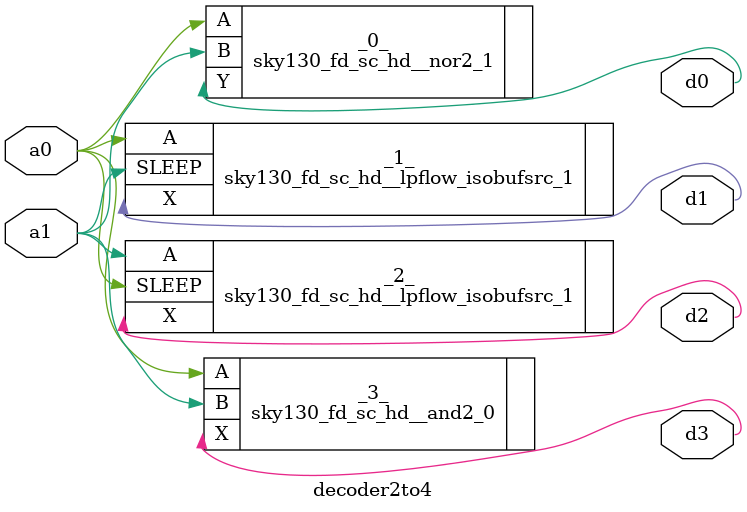
<source format=v>
/* Generated by Yosys 0.29+11 (git sha1 d82bae32b, x86_64-w64-mingw32-g++ 9.2.1 -Os) */

module decoder2to4(a0, a1, d0, d1, d2, d3);
  input a0;
  wire a0;
  input a1;
  wire a1;
  output d0;
  wire d0;
  output d1;
  wire d1;
  output d2;
  wire d2;
  output d3;
  wire d3;
  sky130_fd_sc_hd__nor2_1 _0_ (
    .A(a0),
    .B(a1),
    .Y(d0)
  );
  sky130_fd_sc_hd__lpflow_isobufsrc_1 _1_ (
    .A(a0),
    .SLEEP(a1),
    .X(d1)
  );
  sky130_fd_sc_hd__lpflow_isobufsrc_1 _2_ (
    .A(a1),
    .SLEEP(a0),
    .X(d2)
  );
  sky130_fd_sc_hd__and2_0 _3_ (
    .A(a0),
    .B(a1),
    .X(d3)
  );
endmodule

</source>
